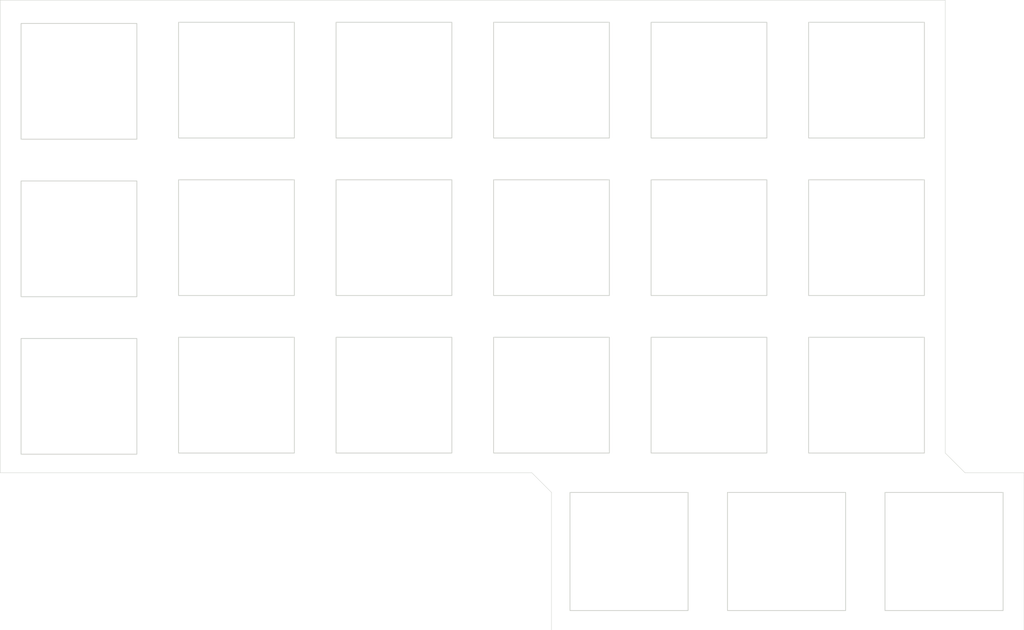
<source format=kicad_pcb>
(kicad_pcb
	(version 20241229)
	(generator "pcbnew")
	(generator_version "9.0")
	(general
		(thickness 1.6)
		(legacy_teardrops no)
	)
	(paper "A4")
	(layers
		(0 "F.Cu" signal)
		(2 "B.Cu" signal)
		(9 "F.Adhes" user "F.Adhesive")
		(11 "B.Adhes" user "B.Adhesive")
		(13 "F.Paste" user)
		(15 "B.Paste" user)
		(5 "F.SilkS" user "F.Silkscreen")
		(7 "B.SilkS" user "B.Silkscreen")
		(1 "F.Mask" user)
		(3 "B.Mask" user)
		(17 "Dwgs.User" user "User.Drawings")
		(19 "Cmts.User" user "User.Comments")
		(21 "Eco1.User" user "User.Eco1")
		(23 "Eco2.User" user "User.Eco2")
		(25 "Edge.Cuts" user)
		(27 "Margin" user)
		(31 "F.CrtYd" user "F.Courtyard")
		(29 "B.CrtYd" user "B.Courtyard")
		(35 "F.Fab" user)
		(33 "B.Fab" user)
		(39 "User.1" user)
		(41 "User.2" user)
		(43 "User.3" user)
		(45 "User.4" user)
	)
	(setup
		(pad_to_mask_clearance 0)
		(allow_soldermask_bridges_in_footprints no)
		(tenting front back)
		(grid_origin 0.9 0.9)
		(pcbplotparams
			(layerselection 0x00000000_00000000_55555555_5755555a)
			(plot_on_all_layers_selection 0x00000000_00000000_00000000_00000000)
			(disableapertmacros no)
			(usegerberextensions yes)
			(usegerberattributes yes)
			(usegerberadvancedattributes yes)
			(creategerberjobfile yes)
			(dashed_line_dash_ratio 12.000000)
			(dashed_line_gap_ratio 3.000000)
			(svgprecision 4)
			(plotframeref no)
			(mode 1)
			(useauxorigin no)
			(hpglpennumber 1)
			(hpglpenspeed 20)
			(hpglpendiameter 15.000000)
			(pdf_front_fp_property_popups yes)
			(pdf_back_fp_property_popups yes)
			(pdf_metadata yes)
			(pdf_single_document no)
			(dxfpolygonmode yes)
			(dxfimperialunits yes)
			(dxfusepcbnewfont yes)
			(psnegative no)
			(psa4output no)
			(plot_black_and_white yes)
			(sketchpadsonfab no)
			(plotpadnumbers no)
			(hidednponfab no)
			(sketchdnponfab yes)
			(crossoutdnponfab yes)
			(subtractmaskfromsilk no)
			(outputformat 1)
			(mirror no)
			(drillshape 0)
			(scaleselection 1)
			(outputdirectory "plate_gerber/")
		)
	)
	(net 0 "")
	(gr_rect
		(start 50.90625 62.8125)
		(end 64.90625 76.8125)
		(stroke
			(width 0.1)
			(type solid)
		)
		(fill no)
		(layer "Edge.Cuts")
		(uuid "03e33bcd-e0df-4ac5-89e9-5a203bf47e27")
	)
	(gr_line
		(start 48.38125 21.9)
		(end 48.38125 79.05)
		(stroke
			(width 0.05)
			(type default)
		)
		(layer "Edge.Cuts")
		(uuid "05859f00-d57f-46b5-bcf3-0eb178bf6ab4")
	)
	(gr_rect
		(start 69.95625 62.66875)
		(end 83.95625 76.66875)
		(stroke
			(width 0.1)
			(type solid)
		)
		(fill no)
		(layer "Edge.Cuts")
		(uuid "089a9d78-1bef-4922-ac67-4befc833bdaa")
	)
	(gr_line
		(start 172.20625 79.05)
		(end 172.20625 98.1)
		(stroke
			(width 0.05)
			(type default)
		)
		(layer "Edge.Cuts")
		(uuid "0ad022d3-dacb-43ae-8ce1-00aed471282f")
	)
	(gr_rect
		(start 127.10625 24.56875)
		(end 141.10625 38.56875)
		(stroke
			(width 0.1)
			(type solid)
		)
		(fill no)
		(layer "Edge.Cuts")
		(uuid "17326d5b-3b4d-4a92-967a-3eb9f8c90e2d")
	)
	(gr_rect
		(start 89.00625 43.61875)
		(end 103.00625 57.61875)
		(stroke
			(width 0.1)
			(type solid)
		)
		(fill no)
		(layer "Edge.Cuts")
		(uuid "1bb381de-e89c-4624-a1ed-281972d0c550")
	)
	(gr_rect
		(start 108.05625 24.56875)
		(end 122.05625 38.56875)
		(stroke
			(width 0.1)
			(type solid)
		)
		(fill no)
		(layer "Edge.Cuts")
		(uuid "1df76c7d-c20f-47b3-ba6d-52769c32ff82")
	)
	(gr_line
		(start 165.0625 79.05)
		(end 172.20625 79.05)
		(stroke
			(width 0.05)
			(type default)
		)
		(layer "Edge.Cuts")
		(uuid "2dbb38fb-2241-4bb5-a8d7-d1748f1f23bb")
	)
	(gr_rect
		(start 69.95625 43.61875)
		(end 83.95625 57.61875)
		(stroke
			(width 0.1)
			(type solid)
		)
		(fill no)
		(layer "Edge.Cuts")
		(uuid "34779d2d-8425-4079-a1bd-73feb3830b48")
	)
	(gr_rect
		(start 146.15625 43.61875)
		(end 160.15625 57.61875)
		(stroke
			(width 0.1)
			(type solid)
		)
		(fill no)
		(layer "Edge.Cuts")
		(uuid "34cdb449-d971-4772-8e70-d2e75f02c7a9")
	)
	(gr_rect
		(start 50.90625 24.7125)
		(end 64.90625 38.7125)
		(stroke
			(width 0.1)
			(type solid)
		)
		(fill no)
		(layer "Edge.Cuts")
		(uuid "3ce82562-b0e3-417f-8601-ae1370ae7404")
	)
	(gr_rect
		(start 127.10625 62.66875)
		(end 141.10625 76.66875)
		(stroke
			(width 0.1)
			(type solid)
		)
		(fill no)
		(layer "Edge.Cuts")
		(uuid "5809b1df-d652-40d2-bb20-c6f8fe621cc7")
	)
	(gr_rect
		(start 146.15625 24.56875)
		(end 160.15625 38.56875)
		(stroke
			(width 0.1)
			(type solid)
		)
		(fill no)
		(layer "Edge.Cuts")
		(uuid "5ad83f77-3025-4158-9a4f-aaa575f5dae4")
	)
	(gr_line
		(start 112.675 79.05)
		(end 115.05625 81.43125)
		(stroke
			(width 0.05)
			(type default)
		)
		(layer "Edge.Cuts")
		(uuid "601f859c-a563-4eac-a89b-f1f59f476456")
	)
	(gr_line
		(start 115.05625 81.43125)
		(end 115.05625 98.1)
		(stroke
			(width 0.05)
			(type default)
		)
		(layer "Edge.Cuts")
		(uuid "602133f0-f723-421b-84a9-6c1f8667089f")
	)
	(gr_line
		(start 48.38125 79.05)
		(end 112.675 79.05)
		(stroke
			(width 0.05)
			(type default)
		)
		(layer "Edge.Cuts")
		(uuid "6377192f-92d8-4b9f-8be9-3ead13974d6d")
	)
	(gr_line
		(start 48.38125 21.9)
		(end 162.68125 21.9)
		(stroke
			(width 0.05)
			(type default)
		)
		(layer "Edge.Cuts")
		(uuid "6ee7ed33-2b2f-4733-ab74-a717d49dbb18")
	)
	(gr_rect
		(start 155.39375 81.43125)
		(end 169.68125 95.71875)
		(stroke
			(width 0.1)
			(type solid)
		)
		(fill no)
		(layer "Edge.Cuts")
		(uuid "7b9f4bc2-157e-4b08-a709-332cb8c37dd0")
	)
	(gr_line
		(start 162.68125 21.9)
		(end 162.68125 76.66875)
		(stroke
			(width 0.05)
			(type default)
		)
		(layer "Edge.Cuts")
		(uuid "851f4295-b6d3-464a-8fb7-d6e8797a86ae")
	)
	(gr_line
		(start 115.05625 98.1)
		(end 172.20625 98.1)
		(stroke
			(width 0.05)
			(type default)
		)
		(layer "Edge.Cuts")
		(uuid "8d1cde6f-e7c1-49ae-bd51-d5e0d40dc13a")
	)
	(gr_rect
		(start 127.10625 43.61875)
		(end 141.10625 57.61875)
		(stroke
			(width 0.1)
			(type solid)
		)
		(fill no)
		(layer "Edge.Cuts")
		(uuid "a17aa94a-5342-4d97-a9f9-9b996f811e00")
	)
	(gr_rect
		(start 108.05625 62.66875)
		(end 122.05625 76.66875)
		(stroke
			(width 0.1)
			(type solid)
		)
		(fill no)
		(layer "Edge.Cuts")
		(uuid "ac10ac85-713e-4baa-8a89-79875d4a9b5b")
	)
	(gr_rect
		(start 69.95625 24.56875)
		(end 83.95625 38.56875)
		(stroke
			(width 0.1)
			(type solid)
		)
		(fill no)
		(layer "Edge.Cuts")
		(uuid "ad22b05f-d602-4f39-9746-0c5ed1033e3f")
	)
	(gr_rect
		(start 146.15625 62.66875)
		(end 160.15625 76.66875)
		(stroke
			(width 0.1)
			(type solid)
		)
		(fill no)
		(layer "Edge.Cuts")
		(uuid "ae0f6024-1d7a-444f-970b-6fdffc4ac5be")
	)
	(gr_line
		(start 162.68125 76.66875)
		(end 165.0625 79.05)
		(stroke
			(width 0.05)
			(type default)
		)
		(layer "Edge.Cuts")
		(uuid "cde265b4-522a-46a3-b27d-4958197fae65")
	)
	(gr_rect
		(start 117.29375 81.43125)
		(end 131.58125 95.71875)
		(stroke
			(width 0.1)
			(type solid)
		)
		(fill no)
		(layer "Edge.Cuts")
		(uuid "d738fd11-8197-4b55-9258-d1d874c62b6b")
	)
	(gr_rect
		(start 50.90625 43.7625)
		(end 64.90625 57.7625)
		(stroke
			(width 0.1)
			(type solid)
		)
		(fill no)
		(layer "Edge.Cuts")
		(uuid "dba6f037-1299-4aa9-8646-eb32b42455e0")
	)
	(gr_rect
		(start 136.34375 81.43125)
		(end 150.63125 95.71875)
		(stroke
			(width 0.1)
			(type solid)
		)
		(fill no)
		(layer "Edge.Cuts")
		(uuid "e42574ef-c099-4d4c-a3de-05d7e4350f5d")
	)
	(gr_rect
		(start 89.00625 62.66875)
		(end 103.00625 76.66875)
		(stroke
			(width 0.1)
			(type solid)
		)
		(fill no)
		(layer "Edge.Cuts")
		(uuid "ea2e4315-9fc4-43ee-a6bb-90eae21de657")
	)
	(gr_rect
		(start 89.00625 24.56875)
		(end 103.00625 38.56875)
		(stroke
			(width 0.1)
			(type solid)
		)
		(fill no)
		(layer "Edge.Cuts")
		(uuid "f4f8500b-fc9d-44bf-8980-ecbcd42e0701")
	)
	(gr_rect
		(start 108.05625 43.61875)
		(end 122.05625 57.61875)
		(stroke
			(width 0.1)
			(type solid)
		)
		(fill no)
		(layer "Edge.Cuts")
		(uuid "fe2330ff-ecd8-4aca-b7a5-9cb841af8da1")
	)
	(group ""
		(uuid "745f23da-f113-47f5-852b-bf86aea460fb")
		(members "03e33bcd-e0df-4ac5-89e9-5a203bf47e27" "05859f00-d57f-46b5-bcf3-0eb178bf6ab4"
			"089a9d78-1bef-4922-ac67-4befc833bdaa" "0ad022d3-dacb-43ae-8ce1-00aed471282f"
			"17326d5b-3b4d-4a92-967a-3eb9f8c90e2d" "1bb381de-e89c-4624-a1ed-281972d0c550"
			"1df76c7d-c20f-47b3-ba6d-52769c32ff82" "2dbb38fb-2241-4bb5-a8d7-d1748f1f23bb"
			"34779d2d-8425-4079-a1bd-73feb3830b48" "34cdb449-d971-4772-8e70-d2e75f02c7a9"
			"3ce82562-b0e3-417f-8601-ae1370ae7404" "5809b1df-d652-40d2-bb20-c6f8fe621cc7"
			"5ad83f77-3025-4158-9a4f-aaa575f5dae4" "601f859c-a563-4eac-a89b-f1f59f476456"
			"602133f0-f723-421b-84a9-6c1f8667089f" "6377192f-92d8-4b9f-8be9-3ead13974d6d"
			"6ee7ed33-2b2f-4733-ab74-a717d49dbb18" "7b9f4bc2-157e-4b08-a709-332cb8c37dd0"
			"851f4295-b6d3-464a-8fb7-d6e8797a86ae" "8d1cde6f-e7c1-49ae-bd51-d5e0d40dc13a"
			"a17aa94a-5342-4d97-a9f9-9b996f811e00" "ac10ac85-713e-4baa-8a89-79875d4a9b5b"
			"ad22b05f-d602-4f39-9746-0c5ed1033e3f" "ae0f6024-1d7a-444f-970b-6fdffc4ac5be"
			"cde265b4-522a-46a3-b27d-4958197fae65" "d738fd11-8197-4b55-9258-d1d874c62b6b"
			"dba6f037-1299-4aa9-8646-eb32b42455e0" "e42574ef-c099-4d4c-a3de-05d7e4350f5d"
			"ea2e4315-9fc4-43ee-a6bb-90eae21de657" "f4f8500b-fc9d-44bf-8980-ecbcd42e0701"
			"fe2330ff-ecd8-4aca-b7a5-9cb841af8da1"
		)
	)
	(embedded_fonts no)
)

</source>
